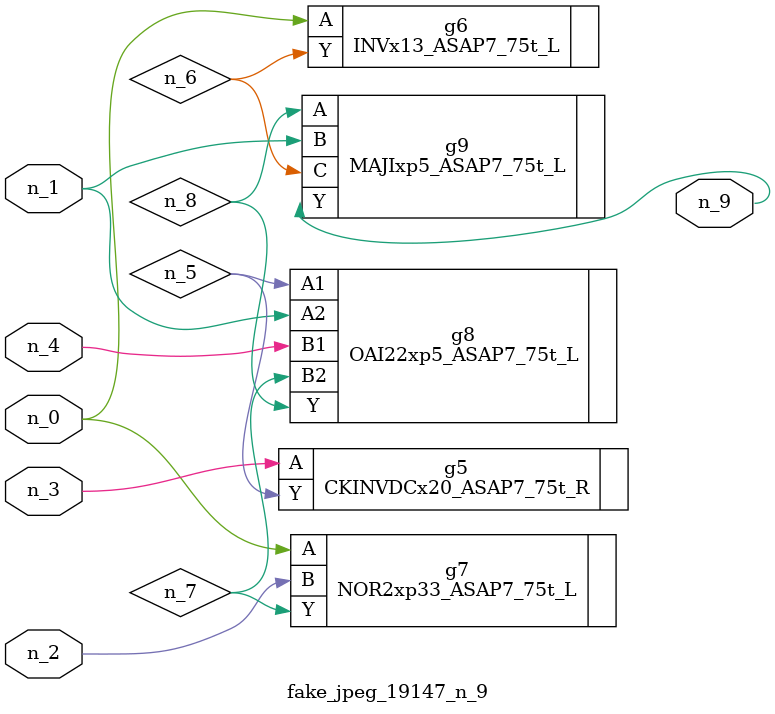
<source format=v>
module fake_jpeg_19147_n_9 (n_3, n_2, n_1, n_0, n_4, n_9);

input n_3;
input n_2;
input n_1;
input n_0;
input n_4;

output n_9;

wire n_8;
wire n_6;
wire n_5;
wire n_7;

CKINVDCx20_ASAP7_75t_R g5 ( 
.A(n_3),
.Y(n_5)
);

INVx13_ASAP7_75t_L g6 ( 
.A(n_0),
.Y(n_6)
);

NOR2xp33_ASAP7_75t_L g7 ( 
.A(n_0),
.B(n_2),
.Y(n_7)
);

OAI22xp5_ASAP7_75t_L g8 ( 
.A1(n_5),
.A2(n_1),
.B1(n_4),
.B2(n_7),
.Y(n_8)
);

MAJIxp5_ASAP7_75t_L g9 ( 
.A(n_8),
.B(n_1),
.C(n_6),
.Y(n_9)
);


endmodule
</source>
